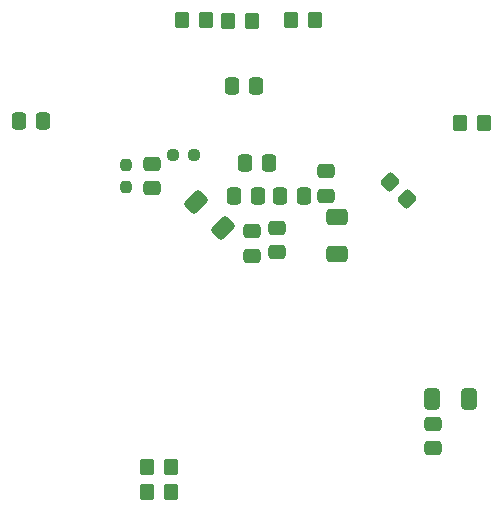
<source format=gbr>
%TF.GenerationSoftware,KiCad,Pcbnew,9.0.3*%
%TF.CreationDate,2026-02-24T03:06:21-05:00*%
%TF.ProjectId,ShamanLink_Rev1,5368616d-616e-44c6-996e-6b5f52657631,rev?*%
%TF.SameCoordinates,Original*%
%TF.FileFunction,Paste,Bot*%
%TF.FilePolarity,Positive*%
%FSLAX46Y46*%
G04 Gerber Fmt 4.6, Leading zero omitted, Abs format (unit mm)*
G04 Created by KiCad (PCBNEW 9.0.3) date 2026-02-24 03:06:21*
%MOMM*%
%LPD*%
G01*
G04 APERTURE LIST*
G04 Aperture macros list*
%AMRoundRect*
0 Rectangle with rounded corners*
0 $1 Rounding radius*
0 $2 $3 $4 $5 $6 $7 $8 $9 X,Y pos of 4 corners*
0 Add a 4 corners polygon primitive as box body*
4,1,4,$2,$3,$4,$5,$6,$7,$8,$9,$2,$3,0*
0 Add four circle primitives for the rounded corners*
1,1,$1+$1,$2,$3*
1,1,$1+$1,$4,$5*
1,1,$1+$1,$6,$7*
1,1,$1+$1,$8,$9*
0 Add four rect primitives between the rounded corners*
20,1,$1+$1,$2,$3,$4,$5,0*
20,1,$1+$1,$4,$5,$6,$7,0*
20,1,$1+$1,$6,$7,$8,$9,0*
20,1,$1+$1,$8,$9,$2,$3,0*%
G04 Aperture macros list end*
%ADD10RoundRect,0.250000X0.565685X0.070711X0.070711X0.565685X-0.565685X-0.070711X-0.070711X-0.565685X0*%
%ADD11RoundRect,0.250000X0.350000X0.450000X-0.350000X0.450000X-0.350000X-0.450000X0.350000X-0.450000X0*%
%ADD12RoundRect,0.250000X-0.475000X0.337500X-0.475000X-0.337500X0.475000X-0.337500X0.475000X0.337500X0*%
%ADD13RoundRect,0.250000X0.751301X0.167938X0.167938X0.751301X-0.751301X-0.167938X-0.167938X-0.751301X0*%
%ADD14RoundRect,0.250000X-0.350000X-0.450000X0.350000X-0.450000X0.350000X0.450000X-0.350000X0.450000X0*%
%ADD15RoundRect,0.250000X0.475000X-0.337500X0.475000X0.337500X-0.475000X0.337500X-0.475000X-0.337500X0*%
%ADD16RoundRect,0.237500X0.237500X-0.250000X0.237500X0.250000X-0.237500X0.250000X-0.237500X-0.250000X0*%
%ADD17RoundRect,0.250000X0.337500X0.475000X-0.337500X0.475000X-0.337500X-0.475000X0.337500X-0.475000X0*%
%ADD18RoundRect,0.250000X-0.650000X0.412500X-0.650000X-0.412500X0.650000X-0.412500X0.650000X0.412500X0*%
%ADD19RoundRect,0.250000X-0.412500X-0.650000X0.412500X-0.650000X0.412500X0.650000X-0.412500X0.650000X0*%
%ADD20RoundRect,0.250000X-0.337500X-0.475000X0.337500X-0.475000X0.337500X0.475000X-0.337500X0.475000X0*%
%ADD21RoundRect,0.237500X-0.250000X-0.237500X0.250000X-0.237500X0.250000X0.237500X-0.250000X0.237500X0*%
G04 APERTURE END LIST*
D10*
%TO.C,R38*%
X118807107Y-92107107D03*
X117392893Y-90692893D03*
%TD*%
D11*
%TO.C,R1*%
X98800000Y-114800000D03*
X96800000Y-114800000D03*
%TD*%
%TO.C,R2*%
X98800000Y-116900000D03*
X96800000Y-116900000D03*
%TD*%
D12*
%TO.C,C29*%
X107800000Y-94562500D03*
X107800000Y-96637500D03*
%TD*%
%TO.C,C23*%
X121000000Y-111162500D03*
X121000000Y-113237500D03*
%TD*%
D13*
%TO.C,C6*%
X103204854Y-94604854D03*
X100995146Y-92395146D03*
%TD*%
D11*
%TO.C,R27*%
X125300000Y-85700000D03*
X123300000Y-85700000D03*
%TD*%
D14*
%TO.C,R16*%
X109000000Y-77000000D03*
X111000000Y-77000000D03*
%TD*%
D15*
%TO.C,C7*%
X112000000Y-91875000D03*
X112000000Y-89800000D03*
%TD*%
D16*
%TO.C,FB1*%
X95000000Y-91112500D03*
X95000000Y-89287500D03*
%TD*%
D17*
%TO.C,C35*%
X106237500Y-91900000D03*
X104162500Y-91900000D03*
%TD*%
D12*
%TO.C,C30*%
X105700000Y-94862500D03*
X105700000Y-96937500D03*
%TD*%
D18*
%TO.C,C8*%
X112900000Y-93637500D03*
X112900000Y-96762500D03*
%TD*%
D19*
%TO.C,C20*%
X120937500Y-109100000D03*
X124062500Y-109100000D03*
%TD*%
D17*
%TO.C,C5*%
X110137500Y-91900000D03*
X108062500Y-91900000D03*
%TD*%
D15*
%TO.C,C14*%
X97200000Y-91237500D03*
X97200000Y-89162500D03*
%TD*%
D17*
%TO.C,C32*%
X107137500Y-89100000D03*
X105062500Y-89100000D03*
%TD*%
D20*
%TO.C,C13*%
X103962500Y-82600000D03*
X106037500Y-82600000D03*
%TD*%
%TO.C,C26*%
X85962500Y-85500000D03*
X88037500Y-85500000D03*
%TD*%
D21*
%TO.C,FB5*%
X98987500Y-88400000D03*
X100812500Y-88400000D03*
%TD*%
D11*
%TO.C,R31*%
X105700000Y-77100000D03*
X103700000Y-77100000D03*
%TD*%
D14*
%TO.C,R32*%
X99800000Y-77000000D03*
X101800000Y-77000000D03*
%TD*%
M02*

</source>
